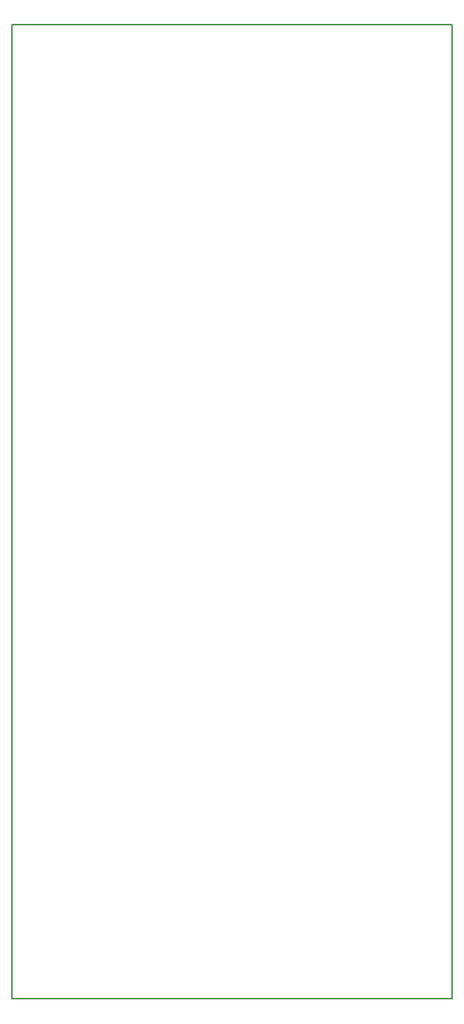
<source format=gbr>
%TF.GenerationSoftware,KiCad,Pcbnew,9.0.6*%
%TF.CreationDate,2025-12-30T09:15:01+01:00*%
%TF.ProjectId,FV1 V3,46563120-5633-42e6-9b69-6361645f7063,rev?*%
%TF.SameCoordinates,Original*%
%TF.FileFunction,Profile,NP*%
%FSLAX46Y46*%
G04 Gerber Fmt 4.6, Leading zero omitted, Abs format (unit mm)*
G04 Created by KiCad (PCBNEW 9.0.6) date 2025-12-30 09:15:01*
%MOMM*%
%LPD*%
G01*
G04 APERTURE LIST*
%TA.AperFunction,Profile*%
%ADD10C,0.150000*%
%TD*%
G04 APERTURE END LIST*
D10*
X142000000Y-37700000D02*
X192000000Y-37700000D01*
X192000000Y-148200000D01*
X142000000Y-148200000D01*
X142000000Y-37700000D01*
M02*

</source>
